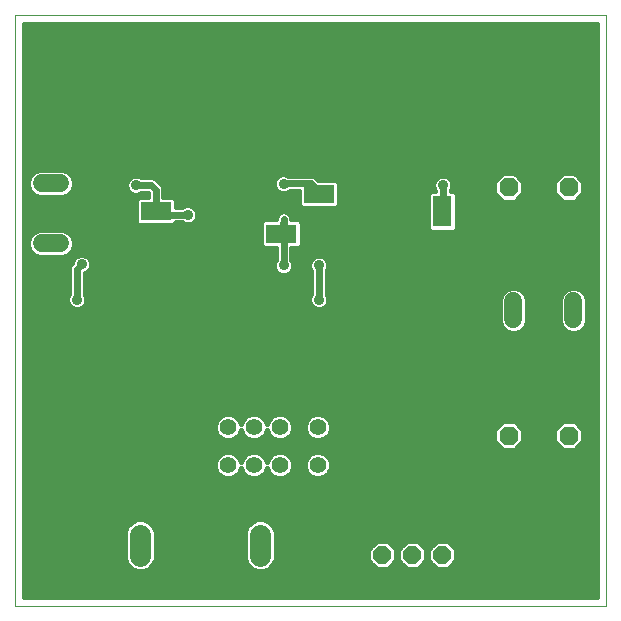
<source format=gbl>
G75*
%MOIN*%
%OFA0B0*%
%FSLAX25Y25*%
%IPPOS*%
%LPD*%
%AMOC8*
5,1,8,0,0,1.08239X$1,22.5*
%
%ADD10C,0.00394*%
%ADD11C,0.07050*%
%ADD12R,0.10236X0.06299*%
%ADD13R,0.06299X0.10236*%
%ADD14OC8,0.06300*%
%ADD15C,0.06000*%
%ADD16C,0.05600*%
%ADD17C,0.06000*%
%ADD18OC8,0.06000*%
%ADD19C,0.03543*%
%ADD20C,0.02362*%
%ADD21C,0.01600*%
%ADD22C,0.26772*%
D10*
X0001800Y0001800D02*
X0001800Y0198650D01*
X0198650Y0198650D01*
X0198650Y0001800D01*
X0001800Y0001800D01*
D11*
X0043454Y0018413D02*
X0043454Y0025463D01*
X0063454Y0025463D02*
X0063454Y0018413D01*
X0083454Y0018413D02*
X0083454Y0025463D01*
D12*
X0090501Y0125816D03*
X0102981Y0139005D03*
X0117154Y0139005D03*
X0076328Y0125816D03*
X0048572Y0133296D03*
X0034398Y0133296D03*
D13*
X0144123Y0133217D03*
X0144123Y0119044D03*
D14*
X0166209Y0141170D03*
X0186209Y0141170D03*
X0186209Y0058493D03*
X0166209Y0058493D03*
D15*
X0167784Y0097225D02*
X0167784Y0103225D01*
X0177784Y0103225D02*
X0177784Y0097225D01*
X0187784Y0097225D02*
X0187784Y0103225D01*
X0016611Y0122509D02*
X0010611Y0122509D01*
X0010611Y0132509D02*
X0016611Y0132509D01*
X0016611Y0142509D02*
X0010611Y0142509D01*
D16*
X0072666Y0061249D03*
X0081328Y0061249D03*
X0089989Y0061249D03*
X0089989Y0048650D03*
X0081328Y0048650D03*
X0072666Y0048650D03*
X0102587Y0048650D03*
X0102587Y0061249D03*
D17*
X0124083Y0008611D03*
D18*
X0124083Y0018611D03*
X0134083Y0018611D03*
X0134083Y0008611D03*
X0144083Y0008611D03*
X0144083Y0018611D03*
D19*
X0114792Y0042745D03*
X0123060Y0054950D03*
X0132902Y0054556D03*
X0136446Y0084871D03*
X0102981Y0103769D03*
X0102981Y0115186D03*
X0091170Y0115186D03*
X0100225Y0128178D03*
X0106131Y0128178D03*
X0091564Y0136052D03*
X0084871Y0136052D03*
X0091170Y0142351D03*
X0059280Y0132115D03*
X0051013Y0117548D03*
X0041957Y0117548D03*
X0030934Y0123060D03*
X0023847Y0115580D03*
X0022272Y0103769D03*
X0021879Y0088808D03*
X0041957Y0141957D03*
X0030934Y0142745D03*
X0049438Y0163611D03*
X0093926Y0182115D03*
X0144320Y0141957D03*
X0155737Y0126997D03*
X0155737Y0118335D03*
X0180934Y0113217D03*
X0174241Y0086839D03*
X0088020Y0086839D03*
X0052194Y0035265D03*
X0022666Y0035658D03*
X0146682Y0188414D03*
D20*
X0144320Y0141957D02*
X0144320Y0133414D01*
X0144123Y0133217D01*
X0103375Y0138808D02*
X0102981Y0139005D01*
X0102981Y0139792D01*
X0100225Y0142548D01*
X0091367Y0142548D01*
X0091170Y0142351D01*
X0091170Y0130658D02*
X0090501Y0125816D01*
X0091170Y0130658D02*
X0091170Y0115186D01*
X0102981Y0115186D02*
X0102981Y0103769D01*
X0059280Y0132115D02*
X0049753Y0132115D01*
X0048572Y0133296D01*
X0048572Y0140461D01*
X0047076Y0141957D01*
X0041957Y0141957D01*
X0023847Y0115580D02*
X0022272Y0114005D01*
X0022272Y0103769D01*
D21*
X0025183Y0102506D02*
X0100071Y0102506D01*
X0100292Y0101972D02*
X0099809Y0103138D01*
X0099809Y0104399D01*
X0100292Y0105565D01*
X0100400Y0105673D01*
X0100400Y0113282D01*
X0100292Y0113389D01*
X0099809Y0114555D01*
X0099809Y0115817D01*
X0100292Y0116982D01*
X0101184Y0117875D01*
X0102350Y0118357D01*
X0103612Y0118357D01*
X0104778Y0117875D01*
X0105670Y0116982D01*
X0106153Y0115817D01*
X0106153Y0114555D01*
X0105670Y0113389D01*
X0105562Y0113282D01*
X0105562Y0105673D01*
X0105670Y0105565D01*
X0106153Y0104399D01*
X0106153Y0103138D01*
X0105670Y0101972D01*
X0104778Y0101080D01*
X0103612Y0100597D01*
X0102350Y0100597D01*
X0101184Y0101080D01*
X0100292Y0101972D01*
X0101600Y0100908D02*
X0023654Y0100908D01*
X0024069Y0101080D02*
X0024961Y0101972D01*
X0025444Y0103138D01*
X0025444Y0104399D01*
X0024961Y0105565D01*
X0024854Y0105673D01*
X0024854Y0112563D01*
X0025644Y0112891D01*
X0026536Y0113783D01*
X0027019Y0114949D01*
X0027019Y0116210D01*
X0026536Y0117376D01*
X0025644Y0118268D01*
X0024478Y0118751D01*
X0023216Y0118751D01*
X0022051Y0118268D01*
X0021158Y0117376D01*
X0020676Y0116210D01*
X0020676Y0116058D01*
X0020084Y0115467D01*
X0019691Y0114518D01*
X0019691Y0105673D01*
X0019584Y0105565D01*
X0019101Y0104399D01*
X0019101Y0103138D01*
X0019584Y0101972D01*
X0020476Y0101080D01*
X0021642Y0100597D01*
X0022903Y0100597D01*
X0024069Y0101080D01*
X0020891Y0100908D02*
X0004797Y0100908D01*
X0004797Y0102506D02*
X0019362Y0102506D01*
X0019101Y0104105D02*
X0004797Y0104105D01*
X0004797Y0105703D02*
X0019691Y0105703D01*
X0019691Y0107302D02*
X0004797Y0107302D01*
X0004797Y0108900D02*
X0019691Y0108900D01*
X0019691Y0110499D02*
X0004797Y0110499D01*
X0004797Y0112097D02*
X0019691Y0112097D01*
X0019691Y0113696D02*
X0004797Y0113696D01*
X0004797Y0115294D02*
X0020013Y0115294D01*
X0020958Y0116893D02*
X0004797Y0116893D01*
X0004797Y0118491D02*
X0008289Y0118491D01*
X0008005Y0118609D02*
X0009696Y0117909D01*
X0017526Y0117909D01*
X0019217Y0118609D01*
X0020511Y0119903D01*
X0021211Y0121594D01*
X0021211Y0123424D01*
X0020511Y0125114D01*
X0019217Y0126408D01*
X0017526Y0127109D01*
X0009696Y0127109D01*
X0008005Y0126408D01*
X0006711Y0125114D01*
X0006011Y0123424D01*
X0006011Y0121594D01*
X0006711Y0119903D01*
X0008005Y0118609D01*
X0006634Y0120090D02*
X0004797Y0120090D01*
X0004797Y0121688D02*
X0006011Y0121688D01*
X0006011Y0123287D02*
X0004797Y0123287D01*
X0004797Y0124885D02*
X0006616Y0124885D01*
X0008188Y0126484D02*
X0004797Y0126484D01*
X0004797Y0128082D02*
X0083783Y0128082D01*
X0083783Y0129628D02*
X0083783Y0122003D01*
X0084720Y0121066D01*
X0088589Y0121066D01*
X0088589Y0117090D01*
X0088481Y0116982D01*
X0087998Y0115817D01*
X0087998Y0114555D01*
X0088481Y0113389D01*
X0089373Y0112497D01*
X0090539Y0112014D01*
X0091801Y0112014D01*
X0092967Y0112497D01*
X0093859Y0113389D01*
X0094342Y0114555D01*
X0094342Y0115817D01*
X0093859Y0116982D01*
X0093751Y0117090D01*
X0093751Y0121066D01*
X0096282Y0121066D01*
X0097219Y0122003D01*
X0097219Y0129628D01*
X0096282Y0130565D01*
X0093763Y0130565D01*
X0093797Y0130813D01*
X0093751Y0130990D01*
X0093751Y0131172D01*
X0093623Y0131482D01*
X0093538Y0131807D01*
X0093428Y0131952D01*
X0093358Y0132120D01*
X0093121Y0132358D01*
X0092918Y0132626D01*
X0092761Y0132718D01*
X0092632Y0132846D01*
X0092322Y0132975D01*
X0092032Y0133145D01*
X0091852Y0133170D01*
X0091683Y0133239D01*
X0091348Y0133239D01*
X0091015Y0133285D01*
X0090839Y0133239D01*
X0090657Y0133239D01*
X0090346Y0133111D01*
X0090021Y0133026D01*
X0089876Y0132916D01*
X0089708Y0132846D01*
X0089471Y0132609D01*
X0089203Y0132406D01*
X0089111Y0132249D01*
X0088982Y0132120D01*
X0088853Y0131810D01*
X0088684Y0131520D01*
X0088659Y0131340D01*
X0088589Y0131172D01*
X0088589Y0130836D01*
X0088552Y0130565D01*
X0084720Y0130565D01*
X0083783Y0129628D01*
X0083835Y0129681D02*
X0061332Y0129681D01*
X0061077Y0129426D02*
X0061969Y0130318D01*
X0062452Y0131484D01*
X0062452Y0132746D01*
X0061969Y0133912D01*
X0061077Y0134804D01*
X0059911Y0135287D01*
X0058649Y0135287D01*
X0057484Y0134804D01*
X0057376Y0134696D01*
X0055290Y0134696D01*
X0055290Y0137108D01*
X0054352Y0138046D01*
X0051153Y0138046D01*
X0051153Y0140975D01*
X0050760Y0141923D01*
X0049264Y0143420D01*
X0048538Y0144146D01*
X0047589Y0144539D01*
X0043862Y0144539D01*
X0043754Y0144646D01*
X0042588Y0145129D01*
X0041327Y0145129D01*
X0040161Y0144646D01*
X0039269Y0143754D01*
X0038786Y0142588D01*
X0038786Y0141327D01*
X0039269Y0140161D01*
X0040161Y0139269D01*
X0041327Y0138786D01*
X0042588Y0138786D01*
X0043754Y0139269D01*
X0043862Y0139376D01*
X0045991Y0139376D01*
X0045991Y0138046D01*
X0042791Y0138046D01*
X0041854Y0137108D01*
X0041854Y0129484D01*
X0042791Y0128546D01*
X0054352Y0128546D01*
X0055290Y0129484D01*
X0055290Y0129534D01*
X0057376Y0129534D01*
X0057484Y0129426D01*
X0058649Y0128943D01*
X0059911Y0128943D01*
X0061077Y0129426D01*
X0062367Y0131279D02*
X0088634Y0131279D01*
X0089784Y0132878D02*
X0062397Y0132878D01*
X0061404Y0134476D02*
X0096979Y0134476D01*
X0097200Y0134255D02*
X0108762Y0134255D01*
X0109699Y0135192D01*
X0109699Y0142817D01*
X0108762Y0143754D01*
X0102669Y0143754D01*
X0102413Y0144010D01*
X0101687Y0144736D01*
X0100739Y0145129D01*
X0092751Y0145129D01*
X0091801Y0145523D01*
X0090539Y0145523D01*
X0089373Y0145040D01*
X0088481Y0144148D01*
X0087998Y0142982D01*
X0087998Y0141720D01*
X0088481Y0140555D01*
X0089373Y0139662D01*
X0090539Y0139180D01*
X0091801Y0139180D01*
X0092967Y0139662D01*
X0093271Y0139967D01*
X0096263Y0139967D01*
X0096263Y0135192D01*
X0097200Y0134255D01*
X0096263Y0136075D02*
X0055290Y0136075D01*
X0054725Y0137673D02*
X0096263Y0137673D01*
X0096263Y0139272D02*
X0092024Y0139272D01*
X0090316Y0139272D02*
X0051153Y0139272D01*
X0051153Y0140870D02*
X0088350Y0140870D01*
X0087998Y0142469D02*
X0050214Y0142469D01*
X0049264Y0143420D02*
X0049264Y0143420D01*
X0048616Y0144068D02*
X0088448Y0144068D01*
X0092556Y0132878D02*
X0139373Y0132878D01*
X0139373Y0134476D02*
X0108983Y0134476D01*
X0109699Y0136075D02*
X0139373Y0136075D01*
X0139373Y0137673D02*
X0109699Y0137673D01*
X0109699Y0139272D02*
X0139647Y0139272D01*
X0139373Y0138998D02*
X0139373Y0127436D01*
X0140310Y0126499D01*
X0147935Y0126499D01*
X0148872Y0127436D01*
X0148872Y0138998D01*
X0147935Y0139935D01*
X0146901Y0139935D01*
X0146901Y0140053D01*
X0147008Y0140161D01*
X0147491Y0141327D01*
X0147491Y0142588D01*
X0147008Y0143754D01*
X0146116Y0144646D01*
X0144951Y0145129D01*
X0143689Y0145129D01*
X0142523Y0144646D01*
X0141631Y0143754D01*
X0141148Y0142588D01*
X0141148Y0141327D01*
X0141631Y0140161D01*
X0141739Y0140053D01*
X0141739Y0139935D01*
X0140310Y0139935D01*
X0139373Y0138998D01*
X0141337Y0140870D02*
X0109699Y0140870D01*
X0109699Y0142469D02*
X0141148Y0142469D01*
X0141944Y0144068D02*
X0102356Y0144068D01*
X0093707Y0131279D02*
X0139373Y0131279D01*
X0139373Y0129681D02*
X0097166Y0129681D01*
X0097219Y0128082D02*
X0139373Y0128082D01*
X0148872Y0128082D02*
X0195654Y0128082D01*
X0195654Y0126484D02*
X0097219Y0126484D01*
X0097219Y0124885D02*
X0195654Y0124885D01*
X0195654Y0123287D02*
X0097219Y0123287D01*
X0096904Y0121688D02*
X0195654Y0121688D01*
X0195654Y0120090D02*
X0093751Y0120090D01*
X0093751Y0118491D02*
X0195654Y0118491D01*
X0195654Y0116893D02*
X0105707Y0116893D01*
X0106153Y0115294D02*
X0195654Y0115294D01*
X0195654Y0113696D02*
X0105797Y0113696D01*
X0105562Y0112097D02*
X0195654Y0112097D01*
X0195654Y0110499D02*
X0105562Y0110499D01*
X0105562Y0108900D02*
X0195654Y0108900D01*
X0195654Y0107302D02*
X0189963Y0107302D01*
X0190390Y0107125D02*
X0188699Y0107825D01*
X0186869Y0107825D01*
X0185179Y0107125D01*
X0183885Y0105831D01*
X0183184Y0104140D01*
X0183184Y0096310D01*
X0183885Y0094620D01*
X0185179Y0093326D01*
X0186869Y0092625D01*
X0188699Y0092625D01*
X0190390Y0093326D01*
X0191684Y0094620D01*
X0192384Y0096310D01*
X0192384Y0104140D01*
X0191684Y0105831D01*
X0190390Y0107125D01*
X0191737Y0105703D02*
X0195654Y0105703D01*
X0195654Y0104105D02*
X0192384Y0104105D01*
X0192384Y0102506D02*
X0195654Y0102506D01*
X0195654Y0100908D02*
X0192384Y0100908D01*
X0192384Y0099309D02*
X0195654Y0099309D01*
X0195654Y0097711D02*
X0192384Y0097711D01*
X0192302Y0096112D02*
X0195654Y0096112D01*
X0195654Y0094514D02*
X0191578Y0094514D01*
X0189399Y0092915D02*
X0195654Y0092915D01*
X0195654Y0091317D02*
X0004797Y0091317D01*
X0004797Y0092915D02*
X0166169Y0092915D01*
X0166869Y0092625D02*
X0168699Y0092625D01*
X0170390Y0093326D01*
X0171684Y0094620D01*
X0172384Y0096310D01*
X0172384Y0104140D01*
X0171684Y0105831D01*
X0170390Y0107125D01*
X0168699Y0107825D01*
X0166869Y0107825D01*
X0165179Y0107125D01*
X0163885Y0105831D01*
X0163184Y0104140D01*
X0163184Y0096310D01*
X0163885Y0094620D01*
X0165179Y0093326D01*
X0166869Y0092625D01*
X0163990Y0094514D02*
X0004797Y0094514D01*
X0004797Y0096112D02*
X0163266Y0096112D01*
X0163184Y0097711D02*
X0004797Y0097711D01*
X0004797Y0099309D02*
X0163184Y0099309D01*
X0163184Y0100908D02*
X0104362Y0100908D01*
X0105891Y0102506D02*
X0163184Y0102506D01*
X0163184Y0104105D02*
X0106153Y0104105D01*
X0105562Y0105703D02*
X0163832Y0105703D01*
X0165606Y0107302D02*
X0105562Y0107302D01*
X0100400Y0107302D02*
X0024854Y0107302D01*
X0024854Y0108900D02*
X0100400Y0108900D01*
X0100400Y0110499D02*
X0024854Y0110499D01*
X0024854Y0112097D02*
X0090339Y0112097D01*
X0092002Y0112097D02*
X0100400Y0112097D01*
X0100165Y0113696D02*
X0093986Y0113696D01*
X0094342Y0115294D02*
X0099809Y0115294D01*
X0100255Y0116893D02*
X0093896Y0116893D01*
X0088589Y0118491D02*
X0025105Y0118491D01*
X0026736Y0116893D02*
X0088444Y0116893D01*
X0087998Y0115294D02*
X0027019Y0115294D01*
X0026449Y0113696D02*
X0088354Y0113696D01*
X0088589Y0120090D02*
X0020588Y0120090D01*
X0021211Y0121688D02*
X0084098Y0121688D01*
X0083783Y0123287D02*
X0021211Y0123287D01*
X0020606Y0124885D02*
X0083783Y0124885D01*
X0083783Y0126484D02*
X0019034Y0126484D01*
X0018933Y0118491D02*
X0022589Y0118491D01*
X0024854Y0105703D02*
X0100400Y0105703D01*
X0099809Y0104105D02*
X0025444Y0104105D01*
X0004797Y0089718D02*
X0195654Y0089718D01*
X0195654Y0088120D02*
X0004797Y0088120D01*
X0004797Y0086521D02*
X0195654Y0086521D01*
X0195654Y0084923D02*
X0004797Y0084923D01*
X0004797Y0083324D02*
X0195654Y0083324D01*
X0195654Y0081726D02*
X0004797Y0081726D01*
X0004797Y0080127D02*
X0195654Y0080127D01*
X0195654Y0078529D02*
X0004797Y0078529D01*
X0004797Y0076930D02*
X0195654Y0076930D01*
X0195654Y0075332D02*
X0004797Y0075332D01*
X0004797Y0073733D02*
X0195654Y0073733D01*
X0195654Y0072134D02*
X0004797Y0072134D01*
X0004797Y0070536D02*
X0195654Y0070536D01*
X0195654Y0068937D02*
X0004797Y0068937D01*
X0004797Y0067339D02*
X0195654Y0067339D01*
X0195654Y0065740D02*
X0004797Y0065740D01*
X0004797Y0064142D02*
X0069337Y0064142D01*
X0068936Y0063741D02*
X0068266Y0062124D01*
X0068266Y0060374D01*
X0068936Y0058756D01*
X0070174Y0057519D01*
X0071791Y0056849D01*
X0073541Y0056849D01*
X0075159Y0057519D01*
X0076396Y0058756D01*
X0076997Y0060206D01*
X0077597Y0058756D01*
X0078835Y0057519D01*
X0080452Y0056849D01*
X0082203Y0056849D01*
X0083820Y0057519D01*
X0085058Y0058756D01*
X0085658Y0060206D01*
X0086259Y0058756D01*
X0087497Y0057519D01*
X0089114Y0056849D01*
X0090864Y0056849D01*
X0092481Y0057519D01*
X0093719Y0058756D01*
X0094389Y0060374D01*
X0094389Y0062124D01*
X0093719Y0063741D01*
X0092481Y0064979D01*
X0090864Y0065649D01*
X0089114Y0065649D01*
X0087497Y0064979D01*
X0086259Y0063741D01*
X0085658Y0062291D01*
X0085058Y0063741D01*
X0083820Y0064979D01*
X0082203Y0065649D01*
X0080452Y0065649D01*
X0078835Y0064979D01*
X0077597Y0063741D01*
X0076997Y0062291D01*
X0076396Y0063741D01*
X0075159Y0064979D01*
X0073541Y0065649D01*
X0071791Y0065649D01*
X0070174Y0064979D01*
X0068936Y0063741D01*
X0068440Y0062543D02*
X0004797Y0062543D01*
X0004797Y0060945D02*
X0068266Y0060945D01*
X0068692Y0059346D02*
X0004797Y0059346D01*
X0004797Y0057748D02*
X0069945Y0057748D01*
X0071791Y0053050D02*
X0070174Y0052381D01*
X0068936Y0051143D01*
X0068266Y0049526D01*
X0068266Y0047775D01*
X0068936Y0046158D01*
X0070174Y0044920D01*
X0071791Y0044250D01*
X0073541Y0044250D01*
X0075159Y0044920D01*
X0076396Y0046158D01*
X0076997Y0047608D01*
X0077597Y0046158D01*
X0078835Y0044920D01*
X0080452Y0044250D01*
X0082203Y0044250D01*
X0083820Y0044920D01*
X0085058Y0046158D01*
X0085658Y0047608D01*
X0086259Y0046158D01*
X0087497Y0044920D01*
X0089114Y0044250D01*
X0090864Y0044250D01*
X0092481Y0044920D01*
X0093719Y0046158D01*
X0094389Y0047775D01*
X0094389Y0049526D01*
X0093719Y0051143D01*
X0092481Y0052381D01*
X0090864Y0053050D01*
X0089114Y0053050D01*
X0087497Y0052381D01*
X0086259Y0051143D01*
X0085658Y0049693D01*
X0085058Y0051143D01*
X0083820Y0052381D01*
X0082203Y0053050D01*
X0080452Y0053050D01*
X0078835Y0052381D01*
X0077597Y0051143D01*
X0076997Y0049693D01*
X0076396Y0051143D01*
X0075159Y0052381D01*
X0073541Y0053050D01*
X0071791Y0053050D01*
X0071554Y0052952D02*
X0004797Y0052952D01*
X0004797Y0051354D02*
X0069147Y0051354D01*
X0068361Y0049755D02*
X0004797Y0049755D01*
X0004797Y0048157D02*
X0068266Y0048157D01*
X0068770Y0046558D02*
X0004797Y0046558D01*
X0004797Y0044960D02*
X0070134Y0044960D01*
X0075198Y0044960D02*
X0078796Y0044960D01*
X0077432Y0046558D02*
X0076562Y0046558D01*
X0076971Y0049755D02*
X0077023Y0049755D01*
X0077808Y0051354D02*
X0076185Y0051354D01*
X0073778Y0052952D02*
X0080216Y0052952D01*
X0082439Y0052952D02*
X0088877Y0052952D01*
X0091101Y0052952D02*
X0101476Y0052952D01*
X0101712Y0053050D02*
X0100095Y0052381D01*
X0098857Y0051143D01*
X0098187Y0049526D01*
X0098187Y0047775D01*
X0098857Y0046158D01*
X0100095Y0044920D01*
X0101712Y0044250D01*
X0103463Y0044250D01*
X0105080Y0044920D01*
X0106318Y0046158D01*
X0106987Y0047775D01*
X0106987Y0049526D01*
X0106318Y0051143D01*
X0105080Y0052381D01*
X0103463Y0053050D01*
X0101712Y0053050D01*
X0103699Y0052952D02*
X0195654Y0052952D01*
X0195654Y0051354D02*
X0106106Y0051354D01*
X0106892Y0049755D02*
X0195654Y0049755D01*
X0195654Y0048157D02*
X0106987Y0048157D01*
X0106483Y0046558D02*
X0195654Y0046558D01*
X0195654Y0044960D02*
X0105119Y0044960D01*
X0100055Y0044960D02*
X0092521Y0044960D01*
X0093885Y0046558D02*
X0098691Y0046558D01*
X0098187Y0048157D02*
X0094389Y0048157D01*
X0094294Y0049755D02*
X0098283Y0049755D01*
X0099068Y0051354D02*
X0093508Y0051354D01*
X0092711Y0057748D02*
X0099866Y0057748D01*
X0100095Y0057519D02*
X0101712Y0056849D01*
X0103463Y0056849D01*
X0105080Y0057519D01*
X0106318Y0058756D01*
X0106987Y0060374D01*
X0106987Y0062124D01*
X0106318Y0063741D01*
X0105080Y0064979D01*
X0103463Y0065649D01*
X0101712Y0065649D01*
X0100095Y0064979D01*
X0098857Y0063741D01*
X0098187Y0062124D01*
X0098187Y0060374D01*
X0098857Y0058756D01*
X0100095Y0057519D01*
X0098613Y0059346D02*
X0093963Y0059346D01*
X0094389Y0060945D02*
X0098187Y0060945D01*
X0098361Y0062543D02*
X0094215Y0062543D01*
X0093318Y0064142D02*
X0099258Y0064142D01*
X0105917Y0064142D02*
X0195654Y0064142D01*
X0195654Y0062543D02*
X0188876Y0062543D01*
X0188177Y0063243D02*
X0184242Y0063243D01*
X0181459Y0060460D01*
X0181459Y0056525D01*
X0184242Y0053743D01*
X0188177Y0053743D01*
X0190959Y0056525D01*
X0190959Y0060460D01*
X0188177Y0063243D01*
X0190475Y0060945D02*
X0195654Y0060945D01*
X0195654Y0059346D02*
X0190959Y0059346D01*
X0190959Y0057748D02*
X0195654Y0057748D01*
X0195654Y0056149D02*
X0190583Y0056149D01*
X0188985Y0054551D02*
X0195654Y0054551D01*
X0195654Y0043361D02*
X0004797Y0043361D01*
X0004797Y0041763D02*
X0195654Y0041763D01*
X0195654Y0040164D02*
X0004797Y0040164D01*
X0004797Y0038566D02*
X0195654Y0038566D01*
X0195654Y0036967D02*
X0004797Y0036967D01*
X0004797Y0035369D02*
X0195654Y0035369D01*
X0195654Y0033770D02*
X0004797Y0033770D01*
X0004797Y0032172D02*
X0195654Y0032172D01*
X0195654Y0030573D02*
X0084508Y0030573D01*
X0084473Y0030588D02*
X0082434Y0030588D01*
X0080550Y0029808D01*
X0079109Y0028366D01*
X0078329Y0026482D01*
X0078329Y0017393D01*
X0079109Y0015510D01*
X0080550Y0014068D01*
X0082434Y0013288D01*
X0084473Y0013288D01*
X0086357Y0014068D01*
X0087798Y0015510D01*
X0088579Y0017393D01*
X0088579Y0026482D01*
X0087798Y0028366D01*
X0086357Y0029808D01*
X0084473Y0030588D01*
X0087189Y0028975D02*
X0195654Y0028975D01*
X0195654Y0027376D02*
X0088208Y0027376D01*
X0088579Y0025778D02*
X0195654Y0025778D01*
X0195654Y0024179D02*
X0088579Y0024179D01*
X0088579Y0022581D02*
X0121548Y0022581D01*
X0122178Y0023211D02*
X0119483Y0020516D01*
X0119483Y0016706D01*
X0122178Y0014011D01*
X0125989Y0014011D01*
X0128683Y0016706D01*
X0128683Y0020516D01*
X0125989Y0023211D01*
X0122178Y0023211D01*
X0119949Y0020982D02*
X0088579Y0020982D01*
X0088579Y0019384D02*
X0119483Y0019384D01*
X0119483Y0017785D02*
X0088579Y0017785D01*
X0088079Y0016187D02*
X0120002Y0016187D01*
X0121601Y0014588D02*
X0086877Y0014588D01*
X0080030Y0014588D02*
X0046877Y0014588D01*
X0046357Y0014068D02*
X0047798Y0015510D01*
X0048579Y0017393D01*
X0048579Y0026482D01*
X0047798Y0028366D01*
X0046357Y0029808D01*
X0044473Y0030588D01*
X0042434Y0030588D01*
X0040550Y0029808D01*
X0039109Y0028366D01*
X0038329Y0026482D01*
X0038329Y0017393D01*
X0039109Y0015510D01*
X0040550Y0014068D01*
X0042434Y0013288D01*
X0044473Y0013288D01*
X0046357Y0014068D01*
X0048079Y0016187D02*
X0078828Y0016187D01*
X0078329Y0017785D02*
X0048579Y0017785D01*
X0048579Y0019384D02*
X0078329Y0019384D01*
X0078329Y0020982D02*
X0048579Y0020982D01*
X0048579Y0022581D02*
X0078329Y0022581D01*
X0078329Y0024179D02*
X0048579Y0024179D01*
X0048579Y0025778D02*
X0078329Y0025778D01*
X0078699Y0027376D02*
X0048208Y0027376D01*
X0047189Y0028975D02*
X0079718Y0028975D01*
X0082399Y0030573D02*
X0044508Y0030573D01*
X0042399Y0030573D02*
X0004797Y0030573D01*
X0004797Y0028975D02*
X0039718Y0028975D01*
X0038699Y0027376D02*
X0004797Y0027376D01*
X0004797Y0025778D02*
X0038329Y0025778D01*
X0038329Y0024179D02*
X0004797Y0024179D01*
X0004797Y0022581D02*
X0038329Y0022581D01*
X0038329Y0020982D02*
X0004797Y0020982D01*
X0004797Y0019384D02*
X0038329Y0019384D01*
X0038329Y0017785D02*
X0004797Y0017785D01*
X0004797Y0016187D02*
X0038828Y0016187D01*
X0040030Y0014588D02*
X0004797Y0014588D01*
X0004797Y0012990D02*
X0195654Y0012990D01*
X0195654Y0014588D02*
X0146566Y0014588D01*
X0145989Y0014011D02*
X0148683Y0016706D01*
X0148683Y0020516D01*
X0145989Y0023211D01*
X0142178Y0023211D01*
X0139483Y0020516D01*
X0139483Y0016706D01*
X0142178Y0014011D01*
X0145989Y0014011D01*
X0148164Y0016187D02*
X0195654Y0016187D01*
X0195654Y0017785D02*
X0148683Y0017785D01*
X0148683Y0019384D02*
X0195654Y0019384D01*
X0195654Y0020982D02*
X0148218Y0020982D01*
X0146619Y0022581D02*
X0195654Y0022581D01*
X0195654Y0011391D02*
X0004797Y0011391D01*
X0004797Y0009793D02*
X0195654Y0009793D01*
X0195654Y0008194D02*
X0004797Y0008194D01*
X0004797Y0006596D02*
X0195654Y0006596D01*
X0195654Y0004997D02*
X0004797Y0004997D01*
X0004797Y0004797D02*
X0004797Y0195654D01*
X0195654Y0195654D01*
X0195654Y0004797D01*
X0004797Y0004797D01*
X0004797Y0054551D02*
X0163434Y0054551D01*
X0164242Y0053743D02*
X0161459Y0056525D01*
X0161459Y0060460D01*
X0164242Y0063243D01*
X0168177Y0063243D01*
X0170959Y0060460D01*
X0170959Y0056525D01*
X0168177Y0053743D01*
X0164242Y0053743D01*
X0161835Y0056149D02*
X0004797Y0056149D01*
X0075388Y0057748D02*
X0078606Y0057748D01*
X0077353Y0059346D02*
X0076641Y0059346D01*
X0076892Y0062543D02*
X0077101Y0062543D01*
X0077998Y0064142D02*
X0075996Y0064142D01*
X0084049Y0057748D02*
X0087267Y0057748D01*
X0086014Y0059346D02*
X0085302Y0059346D01*
X0085554Y0062543D02*
X0085763Y0062543D01*
X0086660Y0064142D02*
X0084657Y0064142D01*
X0084847Y0051354D02*
X0086470Y0051354D01*
X0085684Y0049755D02*
X0085632Y0049755D01*
X0085223Y0046558D02*
X0086093Y0046558D01*
X0087457Y0044960D02*
X0083860Y0044960D01*
X0105309Y0057748D02*
X0161459Y0057748D01*
X0161459Y0059346D02*
X0106562Y0059346D01*
X0106987Y0060945D02*
X0161944Y0060945D01*
X0163542Y0062543D02*
X0106814Y0062543D01*
X0126619Y0022581D02*
X0131548Y0022581D01*
X0132178Y0023211D02*
X0129483Y0020516D01*
X0129483Y0016706D01*
X0132178Y0014011D01*
X0135989Y0014011D01*
X0138683Y0016706D01*
X0138683Y0020516D01*
X0135989Y0023211D01*
X0132178Y0023211D01*
X0129949Y0020982D02*
X0128218Y0020982D01*
X0128683Y0019384D02*
X0129483Y0019384D01*
X0129483Y0017785D02*
X0128683Y0017785D01*
X0128164Y0016187D02*
X0130002Y0016187D01*
X0131601Y0014588D02*
X0126566Y0014588D01*
X0136566Y0014588D02*
X0141601Y0014588D01*
X0140002Y0016187D02*
X0138164Y0016187D01*
X0138683Y0017785D02*
X0139483Y0017785D01*
X0139483Y0019384D02*
X0138683Y0019384D01*
X0138218Y0020982D02*
X0139949Y0020982D01*
X0141548Y0022581D02*
X0136619Y0022581D01*
X0168985Y0054551D02*
X0183434Y0054551D01*
X0181835Y0056149D02*
X0170583Y0056149D01*
X0170959Y0057748D02*
X0181459Y0057748D01*
X0181459Y0059346D02*
X0170959Y0059346D01*
X0170475Y0060945D02*
X0181944Y0060945D01*
X0183542Y0062543D02*
X0168876Y0062543D01*
X0169399Y0092915D02*
X0186169Y0092915D01*
X0183990Y0094514D02*
X0171578Y0094514D01*
X0172302Y0096112D02*
X0183266Y0096112D01*
X0183184Y0097711D02*
X0172384Y0097711D01*
X0172384Y0099309D02*
X0183184Y0099309D01*
X0183184Y0100908D02*
X0172384Y0100908D01*
X0172384Y0102506D02*
X0183184Y0102506D01*
X0183184Y0104105D02*
X0172384Y0104105D01*
X0171737Y0105703D02*
X0183832Y0105703D01*
X0185606Y0107302D02*
X0169963Y0107302D01*
X0148872Y0129681D02*
X0195654Y0129681D01*
X0195654Y0131279D02*
X0148872Y0131279D01*
X0148872Y0132878D02*
X0195654Y0132878D01*
X0195654Y0134476D02*
X0148872Y0134476D01*
X0148872Y0136075D02*
X0195654Y0136075D01*
X0195654Y0137673D02*
X0189430Y0137673D01*
X0188177Y0136420D02*
X0190959Y0139203D01*
X0190959Y0143138D01*
X0188177Y0145920D01*
X0184242Y0145920D01*
X0181459Y0143138D01*
X0181459Y0139203D01*
X0184242Y0136420D01*
X0188177Y0136420D01*
X0190959Y0139272D02*
X0195654Y0139272D01*
X0195654Y0140870D02*
X0190959Y0140870D01*
X0190959Y0142469D02*
X0195654Y0142469D01*
X0195654Y0144068D02*
X0190030Y0144068D01*
X0188431Y0145666D02*
X0195654Y0145666D01*
X0195654Y0147265D02*
X0004797Y0147265D01*
X0004797Y0148863D02*
X0195654Y0148863D01*
X0195654Y0150462D02*
X0004797Y0150462D01*
X0004797Y0152060D02*
X0195654Y0152060D01*
X0195654Y0153659D02*
X0004797Y0153659D01*
X0004797Y0155257D02*
X0195654Y0155257D01*
X0195654Y0156856D02*
X0004797Y0156856D01*
X0004797Y0158454D02*
X0195654Y0158454D01*
X0195654Y0160053D02*
X0004797Y0160053D01*
X0004797Y0161651D02*
X0195654Y0161651D01*
X0195654Y0163250D02*
X0004797Y0163250D01*
X0004797Y0164848D02*
X0195654Y0164848D01*
X0195654Y0166447D02*
X0004797Y0166447D01*
X0004797Y0168045D02*
X0195654Y0168045D01*
X0195654Y0169644D02*
X0004797Y0169644D01*
X0004797Y0171242D02*
X0195654Y0171242D01*
X0195654Y0172841D02*
X0004797Y0172841D01*
X0004797Y0174439D02*
X0195654Y0174439D01*
X0195654Y0176038D02*
X0004797Y0176038D01*
X0004797Y0177636D02*
X0195654Y0177636D01*
X0195654Y0179235D02*
X0004797Y0179235D01*
X0004797Y0180833D02*
X0195654Y0180833D01*
X0195654Y0182432D02*
X0004797Y0182432D01*
X0004797Y0184030D02*
X0195654Y0184030D01*
X0195654Y0185629D02*
X0004797Y0185629D01*
X0004797Y0187227D02*
X0195654Y0187227D01*
X0195654Y0188826D02*
X0004797Y0188826D01*
X0004797Y0190424D02*
X0195654Y0190424D01*
X0195654Y0192023D02*
X0004797Y0192023D01*
X0004797Y0193621D02*
X0195654Y0193621D01*
X0195654Y0195220D02*
X0004797Y0195220D01*
X0009696Y0147109D02*
X0008005Y0146408D01*
X0006711Y0145114D01*
X0006011Y0143424D01*
X0006011Y0141594D01*
X0006711Y0139903D01*
X0008005Y0138609D01*
X0009696Y0137909D01*
X0017526Y0137909D01*
X0019217Y0138609D01*
X0020511Y0139903D01*
X0021211Y0141594D01*
X0021211Y0143424D01*
X0020511Y0145114D01*
X0019217Y0146408D01*
X0017526Y0147109D01*
X0009696Y0147109D01*
X0007263Y0145666D02*
X0004797Y0145666D01*
X0004797Y0144068D02*
X0006278Y0144068D01*
X0006011Y0142469D02*
X0004797Y0142469D01*
X0004797Y0140870D02*
X0006311Y0140870D01*
X0007342Y0139272D02*
X0004797Y0139272D01*
X0004797Y0137673D02*
X0042419Y0137673D01*
X0041854Y0136075D02*
X0004797Y0136075D01*
X0004797Y0134476D02*
X0041854Y0134476D01*
X0041854Y0132878D02*
X0004797Y0132878D01*
X0004797Y0131279D02*
X0041854Y0131279D01*
X0041854Y0129681D02*
X0004797Y0129681D01*
X0019880Y0139272D02*
X0040158Y0139272D01*
X0038975Y0140870D02*
X0020911Y0140870D01*
X0021211Y0142469D02*
X0038786Y0142469D01*
X0039582Y0144068D02*
X0020944Y0144068D01*
X0019959Y0145666D02*
X0163988Y0145666D01*
X0164242Y0145920D02*
X0161459Y0143138D01*
X0161459Y0139203D01*
X0164242Y0136420D01*
X0168177Y0136420D01*
X0170959Y0139203D01*
X0170959Y0143138D01*
X0168177Y0145920D01*
X0164242Y0145920D01*
X0162389Y0144068D02*
X0146695Y0144068D01*
X0147491Y0142469D02*
X0161459Y0142469D01*
X0161459Y0140870D02*
X0147302Y0140870D01*
X0148599Y0139272D02*
X0161459Y0139272D01*
X0162989Y0137673D02*
X0148872Y0137673D01*
X0168431Y0145666D02*
X0183988Y0145666D01*
X0182389Y0144068D02*
X0170030Y0144068D01*
X0170959Y0142469D02*
X0181459Y0142469D01*
X0181459Y0140870D02*
X0170959Y0140870D01*
X0170959Y0139272D02*
X0181459Y0139272D01*
X0182989Y0137673D02*
X0169430Y0137673D01*
X0045991Y0139272D02*
X0043757Y0139272D01*
D22*
X0017548Y0182902D03*
X0182902Y0182902D03*
X0182902Y0017548D03*
X0017548Y0017548D03*
M02*

</source>
